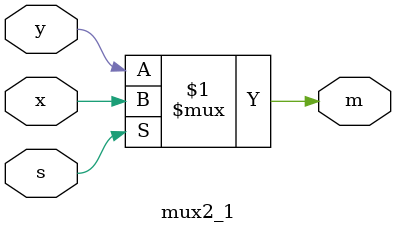
<source format=v>
module bai2a(
	output m,
	input [2:0] s,
	input u, v, w, x, y
);
	wire uv, wx, uvwx;
	mux2_1 m0(uv, s[0], u, v);
	mux2_1 m1(wx, s[0], w, x);
	mux2_1 m2(uvwx, s[1], uv, wx);
	mux2_1 m3(m, s[2], y, uvwx);
	
endmodule 

module mux2_1 (
	output wire m,
	input s, x, y
);
	assign m = s ? x : y;
endmodule
</source>
